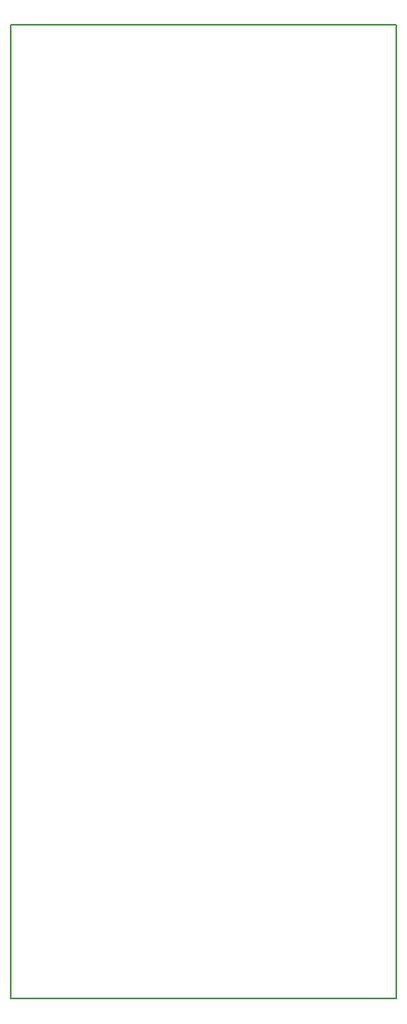
<source format=gbr>
G04 #@! TF.GenerationSoftware,KiCad,Pcbnew,(5.0.1-3-g963ef8bb5)*
G04 #@! TF.CreationDate,2018-11-04T18:34:46+08:00*
G04 #@! TF.ProjectId,SteinerVCF,537465696E65725643462E6B69636164,rev?*
G04 #@! TF.SameCoordinates,PX8d9ee20PY6422c40*
G04 #@! TF.FileFunction,Profile,NP*
%FSLAX46Y46*%
G04 Gerber Fmt 4.6, Leading zero omitted, Abs format (unit mm)*
G04 Created by KiCad (PCBNEW (5.0.1-3-g963ef8bb5)) date 2018 November 04, Sunday 18:34:46*
%MOMM*%
%LPD*%
G01*
G04 APERTURE LIST*
%ADD10C,0.200000*%
G04 APERTURE END LIST*
D10*
X-19818900Y48156766D02*
X-19818900Y-51843234D01*
X19821100Y-51843234D02*
X19821100Y48156766D01*
X-19818900Y-51843234D02*
X19821100Y-51843234D01*
X19821100Y48156766D02*
X-19818900Y48156766D01*
M02*

</source>
